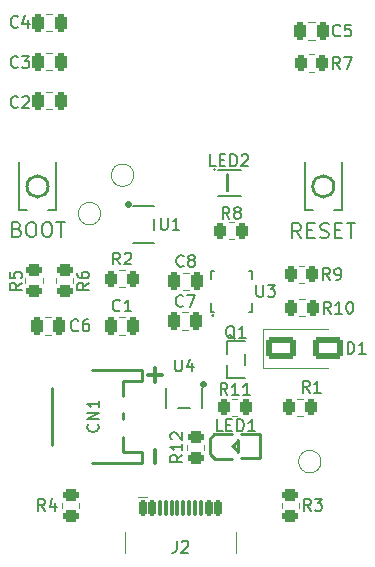
<source format=gto>
G04 #@! TF.GenerationSoftware,KiCad,Pcbnew,8.0.0-rc2-494-g6bc7bcffef*
G04 #@! TF.CreationDate,2024-03-15T23:56:00+00:00*
G04 #@! TF.ProjectId,Wakeboard,57616b65-626f-4617-9264-2e6b69636164,rev?*
G04 #@! TF.SameCoordinates,Original*
G04 #@! TF.FileFunction,Legend,Top*
G04 #@! TF.FilePolarity,Positive*
%FSLAX46Y46*%
G04 Gerber Fmt 4.6, Leading zero omitted, Abs format (unit mm)*
G04 Created by KiCad (PCBNEW 8.0.0-rc2-494-g6bc7bcffef) date 2024-03-15 23:56:00*
%MOMM*%
%LPD*%
G01*
G04 APERTURE LIST*
G04 Aperture macros list*
%AMRoundRect*
0 Rectangle with rounded corners*
0 $1 Rounding radius*
0 $2 $3 $4 $5 $6 $7 $8 $9 X,Y pos of 4 corners*
0 Add a 4 corners polygon primitive as box body*
4,1,4,$2,$3,$4,$5,$6,$7,$8,$9,$2,$3,0*
0 Add four circle primitives for the rounded corners*
1,1,$1+$1,$2,$3*
1,1,$1+$1,$4,$5*
1,1,$1+$1,$6,$7*
1,1,$1+$1,$8,$9*
0 Add four rect primitives between the rounded corners*
20,1,$1+$1,$2,$3,$4,$5,0*
20,1,$1+$1,$4,$5,$6,$7,0*
20,1,$1+$1,$6,$7,$8,$9,0*
20,1,$1+$1,$8,$9,$2,$3,0*%
%AMOutline5P*
0 Free polygon, 5 corners , with rotation*
0 The origin of the aperture is its center*
0 number of corners: always 5*
0 $1 to $10 corner X, Y*
0 $11 Rotation angle, in degrees counterclockwise*
0 create outline with 5 corners*
4,1,5,$1,$2,$3,$4,$5,$6,$7,$8,$9,$10,$1,$2,$11*%
%AMOutline6P*
0 Free polygon, 6 corners , with rotation*
0 The origin of the aperture is its center*
0 number of corners: always 6*
0 $1 to $12 corner X, Y*
0 $13 Rotation angle, in degrees counterclockwise*
0 create outline with 6 corners*
4,1,6,$1,$2,$3,$4,$5,$6,$7,$8,$9,$10,$11,$12,$1,$2,$13*%
%AMOutline7P*
0 Free polygon, 7 corners , with rotation*
0 The origin of the aperture is its center*
0 number of corners: always 7*
0 $1 to $14 corner X, Y*
0 $15 Rotation angle, in degrees counterclockwise*
0 create outline with 7 corners*
4,1,7,$1,$2,$3,$4,$5,$6,$7,$8,$9,$10,$11,$12,$13,$14,$1,$2,$15*%
%AMOutline8P*
0 Free polygon, 8 corners , with rotation*
0 The origin of the aperture is its center*
0 number of corners: always 8*
0 $1 to $16 corner X, Y*
0 $17 Rotation angle, in degrees counterclockwise*
0 create outline with 8 corners*
4,1,8,$1,$2,$3,$4,$5,$6,$7,$8,$9,$10,$11,$12,$13,$14,$15,$16,$1,$2,$17*%
G04 Aperture macros list end*
%ADD10C,0.300000*%
%ADD11C,0.150000*%
%ADD12C,0.158750*%
%ADD13C,0.120000*%
%ADD14C,0.250000*%
%ADD15C,0.200000*%
%ADD16C,1.500000*%
%ADD17RoundRect,0.250000X-0.450000X0.262500X-0.450000X-0.262500X0.450000X-0.262500X0.450000X0.262500X0*%
%ADD18R,0.800000X0.400000*%
%ADD19R,0.400000X0.800000*%
%ADD20Outline5P,-0.600000X0.204000X-0.204000X0.600000X0.600000X0.600000X0.600000X-0.600000X-0.600000X-0.600000X0.000000*%
%ADD21R,1.200000X1.200000*%
%ADD22R,0.800000X0.800000*%
%ADD23R,1.250000X0.700000*%
%ADD24C,0.650000*%
%ADD25RoundRect,0.150000X-0.150000X-0.500000X0.150000X-0.500000X0.150000X0.500000X-0.150000X0.500000X0*%
%ADD26RoundRect,0.075000X-0.075000X-0.575000X0.075000X-0.575000X0.075000X0.575000X-0.075000X0.575000X0*%
%ADD27O,1.000000X2.100000*%
%ADD28O,1.000000X1.600000*%
%ADD29RoundRect,0.250000X-0.262500X-0.450000X0.262500X-0.450000X0.262500X0.450000X-0.262500X0.450000X0*%
%ADD30R,1.360000X1.230000*%
%ADD31RoundRect,0.250000X-0.250000X-0.475000X0.250000X-0.475000X0.250000X0.475000X-0.250000X0.475000X0*%
%ADD32RoundRect,0.250000X0.250000X0.475000X-0.250000X0.475000X-0.250000X-0.475000X0.250000X-0.475000X0*%
%ADD33RoundRect,0.250000X-1.000000X-0.650000X1.000000X-0.650000X1.000000X0.650000X-1.000000X0.650000X0*%
%ADD34R,1.050000X0.530000*%
%ADD35R,3.800000X1.000000*%
%ADD36R,3.400000X1.500000*%
%ADD37R,0.900000X0.700000*%
%ADD38RoundRect,0.250000X0.262500X0.450000X-0.262500X0.450000X-0.262500X-0.450000X0.262500X-0.450000X0*%
%ADD39R,1.000000X1.400000*%
%ADD40R,0.490000X1.160000*%
%ADD41R,0.490000X1.180000*%
%ADD42RoundRect,0.250000X0.450000X-0.262500X0.450000X0.262500X-0.450000X0.262500X-0.450000X-0.262500X0*%
%ADD43O,0.280000X0.800000*%
%ADD44O,0.800000X0.280000*%
G04 APERTURE END LIST*
D10*
X125329400Y-90445489D02*
X125329400Y-89302632D01*
X124784513Y-82959634D02*
X125927371Y-82959634D01*
X125355942Y-83531062D02*
X125355942Y-82388205D01*
D11*
X138533333Y-94454819D02*
X138200000Y-93978628D01*
X137961905Y-94454819D02*
X137961905Y-93454819D01*
X137961905Y-93454819D02*
X138342857Y-93454819D01*
X138342857Y-93454819D02*
X138438095Y-93502438D01*
X138438095Y-93502438D02*
X138485714Y-93550057D01*
X138485714Y-93550057D02*
X138533333Y-93645295D01*
X138533333Y-93645295D02*
X138533333Y-93788152D01*
X138533333Y-93788152D02*
X138485714Y-93883390D01*
X138485714Y-93883390D02*
X138438095Y-93931009D01*
X138438095Y-93931009D02*
X138342857Y-93978628D01*
X138342857Y-93978628D02*
X137961905Y-93978628D01*
X138866667Y-93454819D02*
X139485714Y-93454819D01*
X139485714Y-93454819D02*
X139152381Y-93835771D01*
X139152381Y-93835771D02*
X139295238Y-93835771D01*
X139295238Y-93835771D02*
X139390476Y-93883390D01*
X139390476Y-93883390D02*
X139438095Y-93931009D01*
X139438095Y-93931009D02*
X139485714Y-94026247D01*
X139485714Y-94026247D02*
X139485714Y-94264342D01*
X139485714Y-94264342D02*
X139438095Y-94359580D01*
X139438095Y-94359580D02*
X139390476Y-94407200D01*
X139390476Y-94407200D02*
X139295238Y-94454819D01*
X139295238Y-94454819D02*
X139009524Y-94454819D01*
X139009524Y-94454819D02*
X138914286Y-94407200D01*
X138914286Y-94407200D02*
X138866667Y-94359580D01*
X114054819Y-75166666D02*
X113578628Y-75499999D01*
X114054819Y-75738094D02*
X113054819Y-75738094D01*
X113054819Y-75738094D02*
X113054819Y-75357142D01*
X113054819Y-75357142D02*
X113102438Y-75261904D01*
X113102438Y-75261904D02*
X113150057Y-75214285D01*
X113150057Y-75214285D02*
X113245295Y-75166666D01*
X113245295Y-75166666D02*
X113388152Y-75166666D01*
X113388152Y-75166666D02*
X113483390Y-75214285D01*
X113483390Y-75214285D02*
X113531009Y-75261904D01*
X113531009Y-75261904D02*
X113578628Y-75357142D01*
X113578628Y-75357142D02*
X113578628Y-75738094D01*
X113054819Y-74261904D02*
X113054819Y-74738094D01*
X113054819Y-74738094D02*
X113531009Y-74785713D01*
X113531009Y-74785713D02*
X113483390Y-74738094D01*
X113483390Y-74738094D02*
X113435771Y-74642856D01*
X113435771Y-74642856D02*
X113435771Y-74404761D01*
X113435771Y-74404761D02*
X113483390Y-74309523D01*
X113483390Y-74309523D02*
X113531009Y-74261904D01*
X113531009Y-74261904D02*
X113626247Y-74214285D01*
X113626247Y-74214285D02*
X113864342Y-74214285D01*
X113864342Y-74214285D02*
X113959580Y-74261904D01*
X113959580Y-74261904D02*
X114007200Y-74309523D01*
X114007200Y-74309523D02*
X114054819Y-74404761D01*
X114054819Y-74404761D02*
X114054819Y-74642856D01*
X114054819Y-74642856D02*
X114007200Y-74738094D01*
X114007200Y-74738094D02*
X113959580Y-74785713D01*
X127654819Y-89730357D02*
X127178628Y-90063690D01*
X127654819Y-90301785D02*
X126654819Y-90301785D01*
X126654819Y-90301785D02*
X126654819Y-89920833D01*
X126654819Y-89920833D02*
X126702438Y-89825595D01*
X126702438Y-89825595D02*
X126750057Y-89777976D01*
X126750057Y-89777976D02*
X126845295Y-89730357D01*
X126845295Y-89730357D02*
X126988152Y-89730357D01*
X126988152Y-89730357D02*
X127083390Y-89777976D01*
X127083390Y-89777976D02*
X127131009Y-89825595D01*
X127131009Y-89825595D02*
X127178628Y-89920833D01*
X127178628Y-89920833D02*
X127178628Y-90301785D01*
X127654819Y-88777976D02*
X127654819Y-89349404D01*
X127654819Y-89063690D02*
X126654819Y-89063690D01*
X126654819Y-89063690D02*
X126797676Y-89158928D01*
X126797676Y-89158928D02*
X126892914Y-89254166D01*
X126892914Y-89254166D02*
X126940533Y-89349404D01*
X126750057Y-88397023D02*
X126702438Y-88349404D01*
X126702438Y-88349404D02*
X126654819Y-88254166D01*
X126654819Y-88254166D02*
X126654819Y-88016071D01*
X126654819Y-88016071D02*
X126702438Y-87920833D01*
X126702438Y-87920833D02*
X126750057Y-87873214D01*
X126750057Y-87873214D02*
X126845295Y-87825595D01*
X126845295Y-87825595D02*
X126940533Y-87825595D01*
X126940533Y-87825595D02*
X127083390Y-87873214D01*
X127083390Y-87873214D02*
X127654819Y-88444642D01*
X127654819Y-88444642D02*
X127654819Y-87825595D01*
X132109480Y-79910111D02*
X132014242Y-79862492D01*
X132014242Y-79862492D02*
X131919004Y-79767254D01*
X131919004Y-79767254D02*
X131776147Y-79624396D01*
X131776147Y-79624396D02*
X131680909Y-79576777D01*
X131680909Y-79576777D02*
X131585671Y-79576777D01*
X131633290Y-79814873D02*
X131538052Y-79767254D01*
X131538052Y-79767254D02*
X131442814Y-79672015D01*
X131442814Y-79672015D02*
X131395195Y-79481539D01*
X131395195Y-79481539D02*
X131395195Y-79148206D01*
X131395195Y-79148206D02*
X131442814Y-78957730D01*
X131442814Y-78957730D02*
X131538052Y-78862492D01*
X131538052Y-78862492D02*
X131633290Y-78814873D01*
X131633290Y-78814873D02*
X131823766Y-78814873D01*
X131823766Y-78814873D02*
X131919004Y-78862492D01*
X131919004Y-78862492D02*
X132014242Y-78957730D01*
X132014242Y-78957730D02*
X132061861Y-79148206D01*
X132061861Y-79148206D02*
X132061861Y-79481539D01*
X132061861Y-79481539D02*
X132014242Y-79672015D01*
X132014242Y-79672015D02*
X131919004Y-79767254D01*
X131919004Y-79767254D02*
X131823766Y-79814873D01*
X131823766Y-79814873D02*
X131633290Y-79814873D01*
X133014242Y-79814873D02*
X132442814Y-79814873D01*
X132728528Y-79814873D02*
X132728528Y-78814873D01*
X132728528Y-78814873D02*
X132633290Y-78957730D01*
X132633290Y-78957730D02*
X132538052Y-79052968D01*
X132538052Y-79052968D02*
X132442814Y-79100587D01*
X127166666Y-96999819D02*
X127166666Y-97714104D01*
X127166666Y-97714104D02*
X127119047Y-97856961D01*
X127119047Y-97856961D02*
X127023809Y-97952200D01*
X127023809Y-97952200D02*
X126880952Y-97999819D01*
X126880952Y-97999819D02*
X126785714Y-97999819D01*
X127595238Y-97095057D02*
X127642857Y-97047438D01*
X127642857Y-97047438D02*
X127738095Y-96999819D01*
X127738095Y-96999819D02*
X127976190Y-96999819D01*
X127976190Y-96999819D02*
X128071428Y-97047438D01*
X128071428Y-97047438D02*
X128119047Y-97095057D01*
X128119047Y-97095057D02*
X128166666Y-97190295D01*
X128166666Y-97190295D02*
X128166666Y-97285533D01*
X128166666Y-97285533D02*
X128119047Y-97428390D01*
X128119047Y-97428390D02*
X127547619Y-97999819D01*
X127547619Y-97999819D02*
X128166666Y-97999819D01*
X122383333Y-73604819D02*
X122050000Y-73128628D01*
X121811905Y-73604819D02*
X121811905Y-72604819D01*
X121811905Y-72604819D02*
X122192857Y-72604819D01*
X122192857Y-72604819D02*
X122288095Y-72652438D01*
X122288095Y-72652438D02*
X122335714Y-72700057D01*
X122335714Y-72700057D02*
X122383333Y-72795295D01*
X122383333Y-72795295D02*
X122383333Y-72938152D01*
X122383333Y-72938152D02*
X122335714Y-73033390D01*
X122335714Y-73033390D02*
X122288095Y-73081009D01*
X122288095Y-73081009D02*
X122192857Y-73128628D01*
X122192857Y-73128628D02*
X121811905Y-73128628D01*
X122764286Y-72700057D02*
X122811905Y-72652438D01*
X122811905Y-72652438D02*
X122907143Y-72604819D01*
X122907143Y-72604819D02*
X123145238Y-72604819D01*
X123145238Y-72604819D02*
X123240476Y-72652438D01*
X123240476Y-72652438D02*
X123288095Y-72700057D01*
X123288095Y-72700057D02*
X123335714Y-72795295D01*
X123335714Y-72795295D02*
X123335714Y-72890533D01*
X123335714Y-72890533D02*
X123288095Y-73033390D01*
X123288095Y-73033390D02*
X122716667Y-73604819D01*
X122716667Y-73604819D02*
X123335714Y-73604819D01*
D12*
X113676429Y-70614033D02*
X113857857Y-70674509D01*
X113857857Y-70674509D02*
X113918334Y-70734985D01*
X113918334Y-70734985D02*
X113978810Y-70855937D01*
X113978810Y-70855937D02*
X113978810Y-71037366D01*
X113978810Y-71037366D02*
X113918334Y-71158318D01*
X113918334Y-71158318D02*
X113857857Y-71218795D01*
X113857857Y-71218795D02*
X113736905Y-71279271D01*
X113736905Y-71279271D02*
X113253095Y-71279271D01*
X113253095Y-71279271D02*
X113253095Y-70009271D01*
X113253095Y-70009271D02*
X113676429Y-70009271D01*
X113676429Y-70009271D02*
X113797381Y-70069747D01*
X113797381Y-70069747D02*
X113857857Y-70130223D01*
X113857857Y-70130223D02*
X113918334Y-70251175D01*
X113918334Y-70251175D02*
X113918334Y-70372128D01*
X113918334Y-70372128D02*
X113857857Y-70493080D01*
X113857857Y-70493080D02*
X113797381Y-70553556D01*
X113797381Y-70553556D02*
X113676429Y-70614033D01*
X113676429Y-70614033D02*
X113253095Y-70614033D01*
X114765000Y-70009271D02*
X115006905Y-70009271D01*
X115006905Y-70009271D02*
X115127857Y-70069747D01*
X115127857Y-70069747D02*
X115248810Y-70190699D01*
X115248810Y-70190699D02*
X115309286Y-70432604D01*
X115309286Y-70432604D02*
X115309286Y-70855937D01*
X115309286Y-70855937D02*
X115248810Y-71097842D01*
X115248810Y-71097842D02*
X115127857Y-71218795D01*
X115127857Y-71218795D02*
X115006905Y-71279271D01*
X115006905Y-71279271D02*
X114765000Y-71279271D01*
X114765000Y-71279271D02*
X114644048Y-71218795D01*
X114644048Y-71218795D02*
X114523095Y-71097842D01*
X114523095Y-71097842D02*
X114462619Y-70855937D01*
X114462619Y-70855937D02*
X114462619Y-70432604D01*
X114462619Y-70432604D02*
X114523095Y-70190699D01*
X114523095Y-70190699D02*
X114644048Y-70069747D01*
X114644048Y-70069747D02*
X114765000Y-70009271D01*
X116095476Y-70009271D02*
X116337381Y-70009271D01*
X116337381Y-70009271D02*
X116458333Y-70069747D01*
X116458333Y-70069747D02*
X116579286Y-70190699D01*
X116579286Y-70190699D02*
X116639762Y-70432604D01*
X116639762Y-70432604D02*
X116639762Y-70855937D01*
X116639762Y-70855937D02*
X116579286Y-71097842D01*
X116579286Y-71097842D02*
X116458333Y-71218795D01*
X116458333Y-71218795D02*
X116337381Y-71279271D01*
X116337381Y-71279271D02*
X116095476Y-71279271D01*
X116095476Y-71279271D02*
X115974524Y-71218795D01*
X115974524Y-71218795D02*
X115853571Y-71097842D01*
X115853571Y-71097842D02*
X115793095Y-70855937D01*
X115793095Y-70855937D02*
X115793095Y-70432604D01*
X115793095Y-70432604D02*
X115853571Y-70190699D01*
X115853571Y-70190699D02*
X115974524Y-70069747D01*
X115974524Y-70069747D02*
X116095476Y-70009271D01*
X117002619Y-70009271D02*
X117728333Y-70009271D01*
X117365476Y-71279271D02*
X117365476Y-70009271D01*
D11*
X122383333Y-77479580D02*
X122335714Y-77527200D01*
X122335714Y-77527200D02*
X122192857Y-77574819D01*
X122192857Y-77574819D02*
X122097619Y-77574819D01*
X122097619Y-77574819D02*
X121954762Y-77527200D01*
X121954762Y-77527200D02*
X121859524Y-77431961D01*
X121859524Y-77431961D02*
X121811905Y-77336723D01*
X121811905Y-77336723D02*
X121764286Y-77146247D01*
X121764286Y-77146247D02*
X121764286Y-77003390D01*
X121764286Y-77003390D02*
X121811905Y-76812914D01*
X121811905Y-76812914D02*
X121859524Y-76717676D01*
X121859524Y-76717676D02*
X121954762Y-76622438D01*
X121954762Y-76622438D02*
X122097619Y-76574819D01*
X122097619Y-76574819D02*
X122192857Y-76574819D01*
X122192857Y-76574819D02*
X122335714Y-76622438D01*
X122335714Y-76622438D02*
X122383333Y-76670057D01*
X123335714Y-77574819D02*
X122764286Y-77574819D01*
X123050000Y-77574819D02*
X123050000Y-76574819D01*
X123050000Y-76574819D02*
X122954762Y-76717676D01*
X122954762Y-76717676D02*
X122859524Y-76812914D01*
X122859524Y-76812914D02*
X122764286Y-76860533D01*
X113733333Y-60259580D02*
X113685714Y-60307200D01*
X113685714Y-60307200D02*
X113542857Y-60354819D01*
X113542857Y-60354819D02*
X113447619Y-60354819D01*
X113447619Y-60354819D02*
X113304762Y-60307200D01*
X113304762Y-60307200D02*
X113209524Y-60211961D01*
X113209524Y-60211961D02*
X113161905Y-60116723D01*
X113161905Y-60116723D02*
X113114286Y-59926247D01*
X113114286Y-59926247D02*
X113114286Y-59783390D01*
X113114286Y-59783390D02*
X113161905Y-59592914D01*
X113161905Y-59592914D02*
X113209524Y-59497676D01*
X113209524Y-59497676D02*
X113304762Y-59402438D01*
X113304762Y-59402438D02*
X113447619Y-59354819D01*
X113447619Y-59354819D02*
X113542857Y-59354819D01*
X113542857Y-59354819D02*
X113685714Y-59402438D01*
X113685714Y-59402438D02*
X113733333Y-59450057D01*
X114114286Y-59450057D02*
X114161905Y-59402438D01*
X114161905Y-59402438D02*
X114257143Y-59354819D01*
X114257143Y-59354819D02*
X114495238Y-59354819D01*
X114495238Y-59354819D02*
X114590476Y-59402438D01*
X114590476Y-59402438D02*
X114638095Y-59450057D01*
X114638095Y-59450057D02*
X114685714Y-59545295D01*
X114685714Y-59545295D02*
X114685714Y-59640533D01*
X114685714Y-59640533D02*
X114638095Y-59783390D01*
X114638095Y-59783390D02*
X114066667Y-60354819D01*
X114066667Y-60354819D02*
X114685714Y-60354819D01*
X113733333Y-56859580D02*
X113685714Y-56907200D01*
X113685714Y-56907200D02*
X113542857Y-56954819D01*
X113542857Y-56954819D02*
X113447619Y-56954819D01*
X113447619Y-56954819D02*
X113304762Y-56907200D01*
X113304762Y-56907200D02*
X113209524Y-56811961D01*
X113209524Y-56811961D02*
X113161905Y-56716723D01*
X113161905Y-56716723D02*
X113114286Y-56526247D01*
X113114286Y-56526247D02*
X113114286Y-56383390D01*
X113114286Y-56383390D02*
X113161905Y-56192914D01*
X113161905Y-56192914D02*
X113209524Y-56097676D01*
X113209524Y-56097676D02*
X113304762Y-56002438D01*
X113304762Y-56002438D02*
X113447619Y-55954819D01*
X113447619Y-55954819D02*
X113542857Y-55954819D01*
X113542857Y-55954819D02*
X113685714Y-56002438D01*
X113685714Y-56002438D02*
X113733333Y-56050057D01*
X114066667Y-55954819D02*
X114685714Y-55954819D01*
X114685714Y-55954819D02*
X114352381Y-56335771D01*
X114352381Y-56335771D02*
X114495238Y-56335771D01*
X114495238Y-56335771D02*
X114590476Y-56383390D01*
X114590476Y-56383390D02*
X114638095Y-56431009D01*
X114638095Y-56431009D02*
X114685714Y-56526247D01*
X114685714Y-56526247D02*
X114685714Y-56764342D01*
X114685714Y-56764342D02*
X114638095Y-56859580D01*
X114638095Y-56859580D02*
X114590476Y-56907200D01*
X114590476Y-56907200D02*
X114495238Y-56954819D01*
X114495238Y-56954819D02*
X114209524Y-56954819D01*
X114209524Y-56954819D02*
X114114286Y-56907200D01*
X114114286Y-56907200D02*
X114066667Y-56859580D01*
D12*
X137705476Y-71379271D02*
X137282142Y-70774509D01*
X136979761Y-71379271D02*
X136979761Y-70109271D01*
X136979761Y-70109271D02*
X137463571Y-70109271D01*
X137463571Y-70109271D02*
X137584523Y-70169747D01*
X137584523Y-70169747D02*
X137645000Y-70230223D01*
X137645000Y-70230223D02*
X137705476Y-70351175D01*
X137705476Y-70351175D02*
X137705476Y-70532604D01*
X137705476Y-70532604D02*
X137645000Y-70653556D01*
X137645000Y-70653556D02*
X137584523Y-70714033D01*
X137584523Y-70714033D02*
X137463571Y-70774509D01*
X137463571Y-70774509D02*
X136979761Y-70774509D01*
X138249761Y-70714033D02*
X138673095Y-70714033D01*
X138854523Y-71379271D02*
X138249761Y-71379271D01*
X138249761Y-71379271D02*
X138249761Y-70109271D01*
X138249761Y-70109271D02*
X138854523Y-70109271D01*
X139338333Y-71318795D02*
X139519762Y-71379271D01*
X139519762Y-71379271D02*
X139822143Y-71379271D01*
X139822143Y-71379271D02*
X139943095Y-71318795D01*
X139943095Y-71318795D02*
X140003571Y-71258318D01*
X140003571Y-71258318D02*
X140064048Y-71137366D01*
X140064048Y-71137366D02*
X140064048Y-71016414D01*
X140064048Y-71016414D02*
X140003571Y-70895461D01*
X140003571Y-70895461D02*
X139943095Y-70834985D01*
X139943095Y-70834985D02*
X139822143Y-70774509D01*
X139822143Y-70774509D02*
X139580238Y-70714033D01*
X139580238Y-70714033D02*
X139459286Y-70653556D01*
X139459286Y-70653556D02*
X139398809Y-70593080D01*
X139398809Y-70593080D02*
X139338333Y-70472128D01*
X139338333Y-70472128D02*
X139338333Y-70351175D01*
X139338333Y-70351175D02*
X139398809Y-70230223D01*
X139398809Y-70230223D02*
X139459286Y-70169747D01*
X139459286Y-70169747D02*
X139580238Y-70109271D01*
X139580238Y-70109271D02*
X139882619Y-70109271D01*
X139882619Y-70109271D02*
X140064048Y-70169747D01*
X140608333Y-70714033D02*
X141031667Y-70714033D01*
X141213095Y-71379271D02*
X140608333Y-71379271D01*
X140608333Y-71379271D02*
X140608333Y-70109271D01*
X140608333Y-70109271D02*
X141213095Y-70109271D01*
X141575953Y-70109271D02*
X142301667Y-70109271D01*
X141938810Y-71379271D02*
X141938810Y-70109271D01*
D11*
X116033334Y-94454818D02*
X115700001Y-93978627D01*
X115461906Y-94454818D02*
X115461906Y-93454818D01*
X115461906Y-93454818D02*
X115842858Y-93454818D01*
X115842858Y-93454818D02*
X115938096Y-93502437D01*
X115938096Y-93502437D02*
X115985715Y-93550056D01*
X115985715Y-93550056D02*
X116033334Y-93645294D01*
X116033334Y-93645294D02*
X116033334Y-93788151D01*
X116033334Y-93788151D02*
X115985715Y-93883389D01*
X115985715Y-93883389D02*
X115938096Y-93931008D01*
X115938096Y-93931008D02*
X115842858Y-93978627D01*
X115842858Y-93978627D02*
X115461906Y-93978627D01*
X116890477Y-93788151D02*
X116890477Y-94454818D01*
X116652382Y-93407199D02*
X116414287Y-94121484D01*
X116414287Y-94121484D02*
X117033334Y-94121484D01*
X141661906Y-81154818D02*
X141661906Y-80154818D01*
X141661906Y-80154818D02*
X141900001Y-80154818D01*
X141900001Y-80154818D02*
X142042858Y-80202437D01*
X142042858Y-80202437D02*
X142138096Y-80297675D01*
X142138096Y-80297675D02*
X142185715Y-80392913D01*
X142185715Y-80392913D02*
X142233334Y-80583389D01*
X142233334Y-80583389D02*
X142233334Y-80726246D01*
X142233334Y-80726246D02*
X142185715Y-80916722D01*
X142185715Y-80916722D02*
X142138096Y-81011960D01*
X142138096Y-81011960D02*
X142042858Y-81107199D01*
X142042858Y-81107199D02*
X141900001Y-81154818D01*
X141900001Y-81154818D02*
X141661906Y-81154818D01*
X143185715Y-81154818D02*
X142614287Y-81154818D01*
X142900001Y-81154818D02*
X142900001Y-80154818D01*
X142900001Y-80154818D02*
X142804763Y-80297675D01*
X142804763Y-80297675D02*
X142709525Y-80392913D01*
X142709525Y-80392913D02*
X142614287Y-80440532D01*
X125838095Y-69654819D02*
X125838095Y-70464342D01*
X125838095Y-70464342D02*
X125885714Y-70559580D01*
X125885714Y-70559580D02*
X125933333Y-70607200D01*
X125933333Y-70607200D02*
X126028571Y-70654819D01*
X126028571Y-70654819D02*
X126219047Y-70654819D01*
X126219047Y-70654819D02*
X126314285Y-70607200D01*
X126314285Y-70607200D02*
X126361904Y-70559580D01*
X126361904Y-70559580D02*
X126409523Y-70464342D01*
X126409523Y-70464342D02*
X126409523Y-69654819D01*
X127409523Y-70654819D02*
X126838095Y-70654819D01*
X127123809Y-70654819D02*
X127123809Y-69654819D01*
X127123809Y-69654819D02*
X127028571Y-69797676D01*
X127028571Y-69797676D02*
X126933333Y-69892914D01*
X126933333Y-69892914D02*
X126838095Y-69940533D01*
X120509580Y-87140476D02*
X120557200Y-87188095D01*
X120557200Y-87188095D02*
X120604819Y-87330952D01*
X120604819Y-87330952D02*
X120604819Y-87426190D01*
X120604819Y-87426190D02*
X120557200Y-87569047D01*
X120557200Y-87569047D02*
X120461961Y-87664285D01*
X120461961Y-87664285D02*
X120366723Y-87711904D01*
X120366723Y-87711904D02*
X120176247Y-87759523D01*
X120176247Y-87759523D02*
X120033390Y-87759523D01*
X120033390Y-87759523D02*
X119842914Y-87711904D01*
X119842914Y-87711904D02*
X119747676Y-87664285D01*
X119747676Y-87664285D02*
X119652438Y-87569047D01*
X119652438Y-87569047D02*
X119604819Y-87426190D01*
X119604819Y-87426190D02*
X119604819Y-87330952D01*
X119604819Y-87330952D02*
X119652438Y-87188095D01*
X119652438Y-87188095D02*
X119700057Y-87140476D01*
X120604819Y-86711904D02*
X119604819Y-86711904D01*
X119604819Y-86711904D02*
X120604819Y-86140476D01*
X120604819Y-86140476D02*
X119604819Y-86140476D01*
X120604819Y-85140476D02*
X120604819Y-85711904D01*
X120604819Y-85426190D02*
X119604819Y-85426190D01*
X119604819Y-85426190D02*
X119747676Y-85521428D01*
X119747676Y-85521428D02*
X119842914Y-85616666D01*
X119842914Y-85616666D02*
X119890533Y-85711904D01*
X130494378Y-65284800D02*
X130018188Y-65284800D01*
X130018188Y-65284800D02*
X130018188Y-64284800D01*
X130827712Y-64760990D02*
X131161045Y-64760990D01*
X131303902Y-65284800D02*
X130827712Y-65284800D01*
X130827712Y-65284800D02*
X130827712Y-64284800D01*
X130827712Y-64284800D02*
X131303902Y-64284800D01*
X131732474Y-65284800D02*
X131732474Y-64284800D01*
X131732474Y-64284800D02*
X131970569Y-64284800D01*
X131970569Y-64284800D02*
X132113426Y-64332419D01*
X132113426Y-64332419D02*
X132208664Y-64427657D01*
X132208664Y-64427657D02*
X132256283Y-64522895D01*
X132256283Y-64522895D02*
X132303902Y-64713371D01*
X132303902Y-64713371D02*
X132303902Y-64856228D01*
X132303902Y-64856228D02*
X132256283Y-65046704D01*
X132256283Y-65046704D02*
X132208664Y-65141942D01*
X132208664Y-65141942D02*
X132113426Y-65237181D01*
X132113426Y-65237181D02*
X131970569Y-65284800D01*
X131970569Y-65284800D02*
X131732474Y-65284800D01*
X132684855Y-64380038D02*
X132732474Y-64332419D01*
X132732474Y-64332419D02*
X132827712Y-64284800D01*
X132827712Y-64284800D02*
X133065807Y-64284800D01*
X133065807Y-64284800D02*
X133161045Y-64332419D01*
X133161045Y-64332419D02*
X133208664Y-64380038D01*
X133208664Y-64380038D02*
X133256283Y-64475276D01*
X133256283Y-64475276D02*
X133256283Y-64570514D01*
X133256283Y-64570514D02*
X133208664Y-64713371D01*
X133208664Y-64713371D02*
X132637236Y-65284800D01*
X132637236Y-65284800D02*
X133256283Y-65284800D01*
X127774430Y-73709580D02*
X127726811Y-73757200D01*
X127726811Y-73757200D02*
X127583954Y-73804819D01*
X127583954Y-73804819D02*
X127488716Y-73804819D01*
X127488716Y-73804819D02*
X127345859Y-73757200D01*
X127345859Y-73757200D02*
X127250621Y-73661961D01*
X127250621Y-73661961D02*
X127203002Y-73566723D01*
X127203002Y-73566723D02*
X127155383Y-73376247D01*
X127155383Y-73376247D02*
X127155383Y-73233390D01*
X127155383Y-73233390D02*
X127203002Y-73042914D01*
X127203002Y-73042914D02*
X127250621Y-72947676D01*
X127250621Y-72947676D02*
X127345859Y-72852438D01*
X127345859Y-72852438D02*
X127488716Y-72804819D01*
X127488716Y-72804819D02*
X127583954Y-72804819D01*
X127583954Y-72804819D02*
X127726811Y-72852438D01*
X127726811Y-72852438D02*
X127774430Y-72900057D01*
X128345859Y-73233390D02*
X128250621Y-73185771D01*
X128250621Y-73185771D02*
X128203002Y-73138152D01*
X128203002Y-73138152D02*
X128155383Y-73042914D01*
X128155383Y-73042914D02*
X128155383Y-72995295D01*
X128155383Y-72995295D02*
X128203002Y-72900057D01*
X128203002Y-72900057D02*
X128250621Y-72852438D01*
X128250621Y-72852438D02*
X128345859Y-72804819D01*
X128345859Y-72804819D02*
X128536335Y-72804819D01*
X128536335Y-72804819D02*
X128631573Y-72852438D01*
X128631573Y-72852438D02*
X128679192Y-72900057D01*
X128679192Y-72900057D02*
X128726811Y-72995295D01*
X128726811Y-72995295D02*
X128726811Y-73042914D01*
X128726811Y-73042914D02*
X128679192Y-73138152D01*
X128679192Y-73138152D02*
X128631573Y-73185771D01*
X128631573Y-73185771D02*
X128536335Y-73233390D01*
X128536335Y-73233390D02*
X128345859Y-73233390D01*
X128345859Y-73233390D02*
X128250621Y-73281009D01*
X128250621Y-73281009D02*
X128203002Y-73328628D01*
X128203002Y-73328628D02*
X128155383Y-73423866D01*
X128155383Y-73423866D02*
X128155383Y-73614342D01*
X128155383Y-73614342D02*
X128203002Y-73709580D01*
X128203002Y-73709580D02*
X128250621Y-73757200D01*
X128250621Y-73757200D02*
X128345859Y-73804819D01*
X128345859Y-73804819D02*
X128536335Y-73804819D01*
X128536335Y-73804819D02*
X128631573Y-73757200D01*
X128631573Y-73757200D02*
X128679192Y-73709580D01*
X128679192Y-73709580D02*
X128726811Y-73614342D01*
X128726811Y-73614342D02*
X128726811Y-73423866D01*
X128726811Y-73423866D02*
X128679192Y-73328628D01*
X128679192Y-73328628D02*
X128631573Y-73281009D01*
X128631573Y-73281009D02*
X128536335Y-73233390D01*
X131479886Y-84655911D02*
X131146553Y-84179720D01*
X130908458Y-84655911D02*
X130908458Y-83655911D01*
X130908458Y-83655911D02*
X131289410Y-83655911D01*
X131289410Y-83655911D02*
X131384648Y-83703530D01*
X131384648Y-83703530D02*
X131432267Y-83751149D01*
X131432267Y-83751149D02*
X131479886Y-83846387D01*
X131479886Y-83846387D02*
X131479886Y-83989244D01*
X131479886Y-83989244D02*
X131432267Y-84084482D01*
X131432267Y-84084482D02*
X131384648Y-84132101D01*
X131384648Y-84132101D02*
X131289410Y-84179720D01*
X131289410Y-84179720D02*
X130908458Y-84179720D01*
X132432267Y-84655911D02*
X131860839Y-84655911D01*
X132146553Y-84655911D02*
X132146553Y-83655911D01*
X132146553Y-83655911D02*
X132051315Y-83798768D01*
X132051315Y-83798768D02*
X131956077Y-83894006D01*
X131956077Y-83894006D02*
X131860839Y-83941625D01*
X133384648Y-84655911D02*
X132813220Y-84655911D01*
X133098934Y-84655911D02*
X133098934Y-83655911D01*
X133098934Y-83655911D02*
X133003696Y-83798768D01*
X133003696Y-83798768D02*
X132908458Y-83894006D01*
X132908458Y-83894006D02*
X132813220Y-83941625D01*
X131062880Y-87714819D02*
X130586690Y-87714819D01*
X130586690Y-87714819D02*
X130586690Y-86714819D01*
X131396214Y-87191009D02*
X131729547Y-87191009D01*
X131872404Y-87714819D02*
X131396214Y-87714819D01*
X131396214Y-87714819D02*
X131396214Y-86714819D01*
X131396214Y-86714819D02*
X131872404Y-86714819D01*
X132300976Y-87714819D02*
X132300976Y-86714819D01*
X132300976Y-86714819D02*
X132539071Y-86714819D01*
X132539071Y-86714819D02*
X132681928Y-86762438D01*
X132681928Y-86762438D02*
X132777166Y-86857676D01*
X132777166Y-86857676D02*
X132824785Y-86952914D01*
X132824785Y-86952914D02*
X132872404Y-87143390D01*
X132872404Y-87143390D02*
X132872404Y-87286247D01*
X132872404Y-87286247D02*
X132824785Y-87476723D01*
X132824785Y-87476723D02*
X132777166Y-87571961D01*
X132777166Y-87571961D02*
X132681928Y-87667200D01*
X132681928Y-87667200D02*
X132539071Y-87714819D01*
X132539071Y-87714819D02*
X132300976Y-87714819D01*
X133824785Y-87714819D02*
X133253357Y-87714819D01*
X133539071Y-87714819D02*
X133539071Y-86714819D01*
X133539071Y-86714819D02*
X133443833Y-86857676D01*
X133443833Y-86857676D02*
X133348595Y-86952914D01*
X133348595Y-86952914D02*
X133253357Y-87000533D01*
X118833333Y-79159580D02*
X118785714Y-79207200D01*
X118785714Y-79207200D02*
X118642857Y-79254819D01*
X118642857Y-79254819D02*
X118547619Y-79254819D01*
X118547619Y-79254819D02*
X118404762Y-79207200D01*
X118404762Y-79207200D02*
X118309524Y-79111961D01*
X118309524Y-79111961D02*
X118261905Y-79016723D01*
X118261905Y-79016723D02*
X118214286Y-78826247D01*
X118214286Y-78826247D02*
X118214286Y-78683390D01*
X118214286Y-78683390D02*
X118261905Y-78492914D01*
X118261905Y-78492914D02*
X118309524Y-78397676D01*
X118309524Y-78397676D02*
X118404762Y-78302438D01*
X118404762Y-78302438D02*
X118547619Y-78254819D01*
X118547619Y-78254819D02*
X118642857Y-78254819D01*
X118642857Y-78254819D02*
X118785714Y-78302438D01*
X118785714Y-78302438D02*
X118833333Y-78350057D01*
X119690476Y-78254819D02*
X119500000Y-78254819D01*
X119500000Y-78254819D02*
X119404762Y-78302438D01*
X119404762Y-78302438D02*
X119357143Y-78350057D01*
X119357143Y-78350057D02*
X119261905Y-78492914D01*
X119261905Y-78492914D02*
X119214286Y-78683390D01*
X119214286Y-78683390D02*
X119214286Y-79064342D01*
X119214286Y-79064342D02*
X119261905Y-79159580D01*
X119261905Y-79159580D02*
X119309524Y-79207200D01*
X119309524Y-79207200D02*
X119404762Y-79254819D01*
X119404762Y-79254819D02*
X119595238Y-79254819D01*
X119595238Y-79254819D02*
X119690476Y-79207200D01*
X119690476Y-79207200D02*
X119738095Y-79159580D01*
X119738095Y-79159580D02*
X119785714Y-79064342D01*
X119785714Y-79064342D02*
X119785714Y-78826247D01*
X119785714Y-78826247D02*
X119738095Y-78731009D01*
X119738095Y-78731009D02*
X119690476Y-78683390D01*
X119690476Y-78683390D02*
X119595238Y-78635771D01*
X119595238Y-78635771D02*
X119404762Y-78635771D01*
X119404762Y-78635771D02*
X119309524Y-78683390D01*
X119309524Y-78683390D02*
X119261905Y-78731009D01*
X119261905Y-78731009D02*
X119214286Y-78826247D01*
X141021774Y-54200409D02*
X140974155Y-54248029D01*
X140974155Y-54248029D02*
X140831298Y-54295648D01*
X140831298Y-54295648D02*
X140736060Y-54295648D01*
X140736060Y-54295648D02*
X140593203Y-54248029D01*
X140593203Y-54248029D02*
X140497965Y-54152790D01*
X140497965Y-54152790D02*
X140450346Y-54057552D01*
X140450346Y-54057552D02*
X140402727Y-53867076D01*
X140402727Y-53867076D02*
X140402727Y-53724219D01*
X140402727Y-53724219D02*
X140450346Y-53533743D01*
X140450346Y-53533743D02*
X140497965Y-53438505D01*
X140497965Y-53438505D02*
X140593203Y-53343267D01*
X140593203Y-53343267D02*
X140736060Y-53295648D01*
X140736060Y-53295648D02*
X140831298Y-53295648D01*
X140831298Y-53295648D02*
X140974155Y-53343267D01*
X140974155Y-53343267D02*
X141021774Y-53390886D01*
X141926536Y-53295648D02*
X141450346Y-53295648D01*
X141450346Y-53295648D02*
X141402727Y-53771838D01*
X141402727Y-53771838D02*
X141450346Y-53724219D01*
X141450346Y-53724219D02*
X141545584Y-53676600D01*
X141545584Y-53676600D02*
X141783679Y-53676600D01*
X141783679Y-53676600D02*
X141878917Y-53724219D01*
X141878917Y-53724219D02*
X141926536Y-53771838D01*
X141926536Y-53771838D02*
X141974155Y-53867076D01*
X141974155Y-53867076D02*
X141974155Y-54105171D01*
X141974155Y-54105171D02*
X141926536Y-54200409D01*
X141926536Y-54200409D02*
X141878917Y-54248029D01*
X141878917Y-54248029D02*
X141783679Y-54295648D01*
X141783679Y-54295648D02*
X141545584Y-54295648D01*
X141545584Y-54295648D02*
X141450346Y-54248029D01*
X141450346Y-54248029D02*
X141402727Y-54200409D01*
X127038095Y-81654819D02*
X127038095Y-82464342D01*
X127038095Y-82464342D02*
X127085714Y-82559580D01*
X127085714Y-82559580D02*
X127133333Y-82607200D01*
X127133333Y-82607200D02*
X127228571Y-82654819D01*
X127228571Y-82654819D02*
X127419047Y-82654819D01*
X127419047Y-82654819D02*
X127514285Y-82607200D01*
X127514285Y-82607200D02*
X127561904Y-82559580D01*
X127561904Y-82559580D02*
X127609523Y-82464342D01*
X127609523Y-82464342D02*
X127609523Y-81654819D01*
X128514285Y-81988152D02*
X128514285Y-82654819D01*
X128276190Y-81607200D02*
X128038095Y-82321485D01*
X128038095Y-82321485D02*
X128657142Y-82321485D01*
X119754819Y-75166666D02*
X119278628Y-75499999D01*
X119754819Y-75738094D02*
X118754819Y-75738094D01*
X118754819Y-75738094D02*
X118754819Y-75357142D01*
X118754819Y-75357142D02*
X118802438Y-75261904D01*
X118802438Y-75261904D02*
X118850057Y-75214285D01*
X118850057Y-75214285D02*
X118945295Y-75166666D01*
X118945295Y-75166666D02*
X119088152Y-75166666D01*
X119088152Y-75166666D02*
X119183390Y-75214285D01*
X119183390Y-75214285D02*
X119231009Y-75261904D01*
X119231009Y-75261904D02*
X119278628Y-75357142D01*
X119278628Y-75357142D02*
X119278628Y-75738094D01*
X118754819Y-74309523D02*
X118754819Y-74499999D01*
X118754819Y-74499999D02*
X118802438Y-74595237D01*
X118802438Y-74595237D02*
X118850057Y-74642856D01*
X118850057Y-74642856D02*
X118992914Y-74738094D01*
X118992914Y-74738094D02*
X119183390Y-74785713D01*
X119183390Y-74785713D02*
X119564342Y-74785713D01*
X119564342Y-74785713D02*
X119659580Y-74738094D01*
X119659580Y-74738094D02*
X119707200Y-74690475D01*
X119707200Y-74690475D02*
X119754819Y-74595237D01*
X119754819Y-74595237D02*
X119754819Y-74404761D01*
X119754819Y-74404761D02*
X119707200Y-74309523D01*
X119707200Y-74309523D02*
X119659580Y-74261904D01*
X119659580Y-74261904D02*
X119564342Y-74214285D01*
X119564342Y-74214285D02*
X119326247Y-74214285D01*
X119326247Y-74214285D02*
X119231009Y-74261904D01*
X119231009Y-74261904D02*
X119183390Y-74309523D01*
X119183390Y-74309523D02*
X119135771Y-74404761D01*
X119135771Y-74404761D02*
X119135771Y-74595237D01*
X119135771Y-74595237D02*
X119183390Y-74690475D01*
X119183390Y-74690475D02*
X119231009Y-74738094D01*
X119231009Y-74738094D02*
X119326247Y-74785713D01*
X127733333Y-77109580D02*
X127685714Y-77157200D01*
X127685714Y-77157200D02*
X127542857Y-77204819D01*
X127542857Y-77204819D02*
X127447619Y-77204819D01*
X127447619Y-77204819D02*
X127304762Y-77157200D01*
X127304762Y-77157200D02*
X127209524Y-77061961D01*
X127209524Y-77061961D02*
X127161905Y-76966723D01*
X127161905Y-76966723D02*
X127114286Y-76776247D01*
X127114286Y-76776247D02*
X127114286Y-76633390D01*
X127114286Y-76633390D02*
X127161905Y-76442914D01*
X127161905Y-76442914D02*
X127209524Y-76347676D01*
X127209524Y-76347676D02*
X127304762Y-76252438D01*
X127304762Y-76252438D02*
X127447619Y-76204819D01*
X127447619Y-76204819D02*
X127542857Y-76204819D01*
X127542857Y-76204819D02*
X127685714Y-76252438D01*
X127685714Y-76252438D02*
X127733333Y-76300057D01*
X128066667Y-76204819D02*
X128733333Y-76204819D01*
X128733333Y-76204819D02*
X128304762Y-77204819D01*
X131652809Y-69748045D02*
X131319476Y-69271854D01*
X131081381Y-69748045D02*
X131081381Y-68748045D01*
X131081381Y-68748045D02*
X131462333Y-68748045D01*
X131462333Y-68748045D02*
X131557571Y-68795664D01*
X131557571Y-68795664D02*
X131605190Y-68843283D01*
X131605190Y-68843283D02*
X131652809Y-68938521D01*
X131652809Y-68938521D02*
X131652809Y-69081378D01*
X131652809Y-69081378D02*
X131605190Y-69176616D01*
X131605190Y-69176616D02*
X131557571Y-69224235D01*
X131557571Y-69224235D02*
X131462333Y-69271854D01*
X131462333Y-69271854D02*
X131081381Y-69271854D01*
X132224238Y-69176616D02*
X132129000Y-69128997D01*
X132129000Y-69128997D02*
X132081381Y-69081378D01*
X132081381Y-69081378D02*
X132033762Y-68986140D01*
X132033762Y-68986140D02*
X132033762Y-68938521D01*
X132033762Y-68938521D02*
X132081381Y-68843283D01*
X132081381Y-68843283D02*
X132129000Y-68795664D01*
X132129000Y-68795664D02*
X132224238Y-68748045D01*
X132224238Y-68748045D02*
X132414714Y-68748045D01*
X132414714Y-68748045D02*
X132509952Y-68795664D01*
X132509952Y-68795664D02*
X132557571Y-68843283D01*
X132557571Y-68843283D02*
X132605190Y-68938521D01*
X132605190Y-68938521D02*
X132605190Y-68986140D01*
X132605190Y-68986140D02*
X132557571Y-69081378D01*
X132557571Y-69081378D02*
X132509952Y-69128997D01*
X132509952Y-69128997D02*
X132414714Y-69176616D01*
X132414714Y-69176616D02*
X132224238Y-69176616D01*
X132224238Y-69176616D02*
X132129000Y-69224235D01*
X132129000Y-69224235D02*
X132081381Y-69271854D01*
X132081381Y-69271854D02*
X132033762Y-69367092D01*
X132033762Y-69367092D02*
X132033762Y-69557568D01*
X132033762Y-69557568D02*
X132081381Y-69652806D01*
X132081381Y-69652806D02*
X132129000Y-69700426D01*
X132129000Y-69700426D02*
X132224238Y-69748045D01*
X132224238Y-69748045D02*
X132414714Y-69748045D01*
X132414714Y-69748045D02*
X132509952Y-69700426D01*
X132509952Y-69700426D02*
X132557571Y-69652806D01*
X132557571Y-69652806D02*
X132605190Y-69557568D01*
X132605190Y-69557568D02*
X132605190Y-69367092D01*
X132605190Y-69367092D02*
X132557571Y-69271854D01*
X132557571Y-69271854D02*
X132509952Y-69224235D01*
X132509952Y-69224235D02*
X132414714Y-69176616D01*
X140999271Y-57048659D02*
X140665938Y-56572468D01*
X140427843Y-57048659D02*
X140427843Y-56048659D01*
X140427843Y-56048659D02*
X140808795Y-56048659D01*
X140808795Y-56048659D02*
X140904033Y-56096278D01*
X140904033Y-56096278D02*
X140951652Y-56143897D01*
X140951652Y-56143897D02*
X140999271Y-56239135D01*
X140999271Y-56239135D02*
X140999271Y-56381992D01*
X140999271Y-56381992D02*
X140951652Y-56477230D01*
X140951652Y-56477230D02*
X140904033Y-56524849D01*
X140904033Y-56524849D02*
X140808795Y-56572468D01*
X140808795Y-56572468D02*
X140427843Y-56572468D01*
X141332605Y-56048659D02*
X141999271Y-56048659D01*
X141999271Y-56048659D02*
X141570700Y-57048659D01*
X113733333Y-53459580D02*
X113685714Y-53507200D01*
X113685714Y-53507200D02*
X113542857Y-53554819D01*
X113542857Y-53554819D02*
X113447619Y-53554819D01*
X113447619Y-53554819D02*
X113304762Y-53507200D01*
X113304762Y-53507200D02*
X113209524Y-53411961D01*
X113209524Y-53411961D02*
X113161905Y-53316723D01*
X113161905Y-53316723D02*
X113114286Y-53126247D01*
X113114286Y-53126247D02*
X113114286Y-52983390D01*
X113114286Y-52983390D02*
X113161905Y-52792914D01*
X113161905Y-52792914D02*
X113209524Y-52697676D01*
X113209524Y-52697676D02*
X113304762Y-52602438D01*
X113304762Y-52602438D02*
X113447619Y-52554819D01*
X113447619Y-52554819D02*
X113542857Y-52554819D01*
X113542857Y-52554819D02*
X113685714Y-52602438D01*
X113685714Y-52602438D02*
X113733333Y-52650057D01*
X114590476Y-52888152D02*
X114590476Y-53554819D01*
X114352381Y-52507200D02*
X114114286Y-53221485D01*
X114114286Y-53221485D02*
X114733333Y-53221485D01*
X133938095Y-75337043D02*
X133938095Y-76146566D01*
X133938095Y-76146566D02*
X133985714Y-76241804D01*
X133985714Y-76241804D02*
X134033333Y-76289424D01*
X134033333Y-76289424D02*
X134128571Y-76337043D01*
X134128571Y-76337043D02*
X134319047Y-76337043D01*
X134319047Y-76337043D02*
X134414285Y-76289424D01*
X134414285Y-76289424D02*
X134461904Y-76241804D01*
X134461904Y-76241804D02*
X134509523Y-76146566D01*
X134509523Y-76146566D02*
X134509523Y-75337043D01*
X134890476Y-75337043D02*
X135509523Y-75337043D01*
X135509523Y-75337043D02*
X135176190Y-75717995D01*
X135176190Y-75717995D02*
X135319047Y-75717995D01*
X135319047Y-75717995D02*
X135414285Y-75765614D01*
X135414285Y-75765614D02*
X135461904Y-75813233D01*
X135461904Y-75813233D02*
X135509523Y-75908471D01*
X135509523Y-75908471D02*
X135509523Y-76146566D01*
X135509523Y-76146566D02*
X135461904Y-76241804D01*
X135461904Y-76241804D02*
X135414285Y-76289424D01*
X135414285Y-76289424D02*
X135319047Y-76337043D01*
X135319047Y-76337043D02*
X135033333Y-76337043D01*
X135033333Y-76337043D02*
X134938095Y-76289424D01*
X134938095Y-76289424D02*
X134890476Y-76241804D01*
X140161103Y-74904818D02*
X139827770Y-74428627D01*
X139589675Y-74904818D02*
X139589675Y-73904818D01*
X139589675Y-73904818D02*
X139970627Y-73904818D01*
X139970627Y-73904818D02*
X140065865Y-73952437D01*
X140065865Y-73952437D02*
X140113484Y-74000056D01*
X140113484Y-74000056D02*
X140161103Y-74095294D01*
X140161103Y-74095294D02*
X140161103Y-74238151D01*
X140161103Y-74238151D02*
X140113484Y-74333389D01*
X140113484Y-74333389D02*
X140065865Y-74381008D01*
X140065865Y-74381008D02*
X139970627Y-74428627D01*
X139970627Y-74428627D02*
X139589675Y-74428627D01*
X140637294Y-74904818D02*
X140827770Y-74904818D01*
X140827770Y-74904818D02*
X140923008Y-74857199D01*
X140923008Y-74857199D02*
X140970627Y-74809579D01*
X140970627Y-74809579D02*
X141065865Y-74666722D01*
X141065865Y-74666722D02*
X141113484Y-74476246D01*
X141113484Y-74476246D02*
X141113484Y-74095294D01*
X141113484Y-74095294D02*
X141065865Y-74000056D01*
X141065865Y-74000056D02*
X141018246Y-73952437D01*
X141018246Y-73952437D02*
X140923008Y-73904818D01*
X140923008Y-73904818D02*
X140732532Y-73904818D01*
X140732532Y-73904818D02*
X140637294Y-73952437D01*
X140637294Y-73952437D02*
X140589675Y-74000056D01*
X140589675Y-74000056D02*
X140542056Y-74095294D01*
X140542056Y-74095294D02*
X140542056Y-74333389D01*
X140542056Y-74333389D02*
X140589675Y-74428627D01*
X140589675Y-74428627D02*
X140637294Y-74476246D01*
X140637294Y-74476246D02*
X140732532Y-74523865D01*
X140732532Y-74523865D02*
X140923008Y-74523865D01*
X140923008Y-74523865D02*
X141018246Y-74476246D01*
X141018246Y-74476246D02*
X141065865Y-74428627D01*
X141065865Y-74428627D02*
X141113484Y-74333389D01*
X140217487Y-77765216D02*
X139884154Y-77289025D01*
X139646059Y-77765216D02*
X139646059Y-76765216D01*
X139646059Y-76765216D02*
X140027011Y-76765216D01*
X140027011Y-76765216D02*
X140122249Y-76812835D01*
X140122249Y-76812835D02*
X140169868Y-76860454D01*
X140169868Y-76860454D02*
X140217487Y-76955692D01*
X140217487Y-76955692D02*
X140217487Y-77098549D01*
X140217487Y-77098549D02*
X140169868Y-77193787D01*
X140169868Y-77193787D02*
X140122249Y-77241406D01*
X140122249Y-77241406D02*
X140027011Y-77289025D01*
X140027011Y-77289025D02*
X139646059Y-77289025D01*
X141169868Y-77765216D02*
X140598440Y-77765216D01*
X140884154Y-77765216D02*
X140884154Y-76765216D01*
X140884154Y-76765216D02*
X140788916Y-76908073D01*
X140788916Y-76908073D02*
X140693678Y-77003311D01*
X140693678Y-77003311D02*
X140598440Y-77050930D01*
X141788916Y-76765216D02*
X141884154Y-76765216D01*
X141884154Y-76765216D02*
X141979392Y-76812835D01*
X141979392Y-76812835D02*
X142027011Y-76860454D01*
X142027011Y-76860454D02*
X142074630Y-76955692D01*
X142074630Y-76955692D02*
X142122249Y-77146168D01*
X142122249Y-77146168D02*
X142122249Y-77384263D01*
X142122249Y-77384263D02*
X142074630Y-77574739D01*
X142074630Y-77574739D02*
X142027011Y-77669977D01*
X142027011Y-77669977D02*
X141979392Y-77717597D01*
X141979392Y-77717597D02*
X141884154Y-77765216D01*
X141884154Y-77765216D02*
X141788916Y-77765216D01*
X141788916Y-77765216D02*
X141693678Y-77717597D01*
X141693678Y-77717597D02*
X141646059Y-77669977D01*
X141646059Y-77669977D02*
X141598440Y-77574739D01*
X141598440Y-77574739D02*
X141550821Y-77384263D01*
X141550821Y-77384263D02*
X141550821Y-77146168D01*
X141550821Y-77146168D02*
X141598440Y-76955692D01*
X141598440Y-76955692D02*
X141646059Y-76860454D01*
X141646059Y-76860454D02*
X141693678Y-76812835D01*
X141693678Y-76812835D02*
X141788916Y-76765216D01*
X138433333Y-84454819D02*
X138100000Y-83978628D01*
X137861905Y-84454819D02*
X137861905Y-83454819D01*
X137861905Y-83454819D02*
X138242857Y-83454819D01*
X138242857Y-83454819D02*
X138338095Y-83502438D01*
X138338095Y-83502438D02*
X138385714Y-83550057D01*
X138385714Y-83550057D02*
X138433333Y-83645295D01*
X138433333Y-83645295D02*
X138433333Y-83788152D01*
X138433333Y-83788152D02*
X138385714Y-83883390D01*
X138385714Y-83883390D02*
X138338095Y-83931009D01*
X138338095Y-83931009D02*
X138242857Y-83978628D01*
X138242857Y-83978628D02*
X137861905Y-83978628D01*
X139385714Y-84454819D02*
X138814286Y-84454819D01*
X139100000Y-84454819D02*
X139100000Y-83454819D01*
X139100000Y-83454819D02*
X139004762Y-83597676D01*
X139004762Y-83597676D02*
X138909524Y-83692914D01*
X138909524Y-83692914D02*
X138814286Y-83740533D01*
D13*
X139400000Y-90300000D02*
G75*
G02*
X137500000Y-90300000I-950000J0D01*
G01*
X137500000Y-90300000D02*
G75*
G02*
X139400000Y-90300000I950000J0D01*
G01*
X136065000Y-93772936D02*
X136065000Y-94227064D01*
X137535000Y-93772936D02*
X137535000Y-94227064D01*
X120750000Y-69300000D02*
G75*
G02*
X118850000Y-69300000I-950000J0D01*
G01*
X118850000Y-69300000D02*
G75*
G02*
X120750000Y-69300000I950000J0D01*
G01*
X114365000Y-74735436D02*
X114365000Y-75189564D01*
X115835000Y-74735436D02*
X115835000Y-75189564D01*
X129535000Y-88872936D02*
X129535000Y-89327064D01*
X128065000Y-88872936D02*
X128065000Y-89327064D01*
D11*
X131470000Y-80120000D02*
X131470000Y-81160000D01*
X131470000Y-83180000D02*
X131470000Y-82140000D01*
X132930000Y-80120000D02*
X131470000Y-80120000D01*
X132930000Y-81190000D02*
X132930000Y-82110000D01*
X132930000Y-83180000D02*
X131470000Y-83180000D01*
D13*
X122800000Y-96215000D02*
X122800000Y-97995000D01*
X124700000Y-93295000D02*
X123900000Y-93295000D01*
X132200000Y-96215000D02*
X132200000Y-97995000D01*
X122322936Y-74065000D02*
X122777064Y-74065000D01*
X122322936Y-75535000D02*
X122777064Y-75535000D01*
D11*
X113860000Y-64970000D02*
X113860000Y-69030000D01*
X113860000Y-69030000D02*
X114520000Y-69030000D01*
X116940000Y-64970000D02*
X116940000Y-69030000D01*
X116940000Y-69030000D02*
X116280000Y-69030000D01*
D14*
X116300000Y-67000000D02*
G75*
G02*
X114500000Y-67000000I-900000J0D01*
G01*
X114500000Y-67000000D02*
G75*
G02*
X116300000Y-67000000I900000J0D01*
G01*
D13*
X122288748Y-78065000D02*
X122811252Y-78065000D01*
X122288748Y-79535000D02*
X122811252Y-79535000D01*
X116659252Y-59013000D02*
X116136748Y-59013000D01*
X116659252Y-60483000D02*
X116136748Y-60483000D01*
X116659252Y-55711000D02*
X116136748Y-55711000D01*
X116659252Y-57181000D02*
X116136748Y-57181000D01*
D11*
X138060000Y-64970000D02*
X138060000Y-69030000D01*
X138060000Y-69030000D02*
X138720000Y-69030000D01*
X141140000Y-64970000D02*
X141140000Y-69030000D01*
X141140000Y-69030000D02*
X140480000Y-69030000D01*
D14*
X140500000Y-67000000D02*
G75*
G02*
X138700000Y-67000000I-900000J0D01*
G01*
X138700000Y-67000000D02*
G75*
G02*
X140500000Y-67000000I900000J0D01*
G01*
D13*
X117465000Y-93772936D02*
X117465000Y-94227064D01*
X118935000Y-93772936D02*
X118935000Y-94227064D01*
X134490000Y-82350000D02*
X140000000Y-82350000D01*
X134490000Y-79050000D02*
X134490000Y-82350000D01*
X134490000Y-79050000D02*
X140000000Y-79050000D01*
D11*
X123500000Y-68650000D02*
X125300000Y-68650000D01*
X123500000Y-71750000D02*
X125300000Y-71750000D01*
X125300000Y-70660000D02*
X125300000Y-69740000D01*
D10*
X123250000Y-68530000D02*
G75*
G02*
X122950000Y-68530000I-150000J0D01*
G01*
X122950000Y-68530000D02*
G75*
G02*
X123250000Y-68530000I150000J0D01*
G01*
D14*
X116620000Y-88850000D02*
X116620000Y-84050000D01*
X122640000Y-83450000D02*
X124220000Y-83450000D01*
X122640000Y-84720000D02*
X122640000Y-83450000D01*
X122650000Y-86720000D02*
X122650000Y-86180000D01*
X122650000Y-89450000D02*
X122650000Y-88180000D01*
X124220000Y-82500000D02*
X120000000Y-82500000D01*
X124220000Y-83450000D02*
X124220000Y-82500000D01*
X124220000Y-89450000D02*
X122650000Y-89450000D01*
X124220000Y-90400000D02*
X120000000Y-90400000D01*
X124220000Y-90400000D02*
X124220000Y-89450000D01*
X130350000Y-65550000D02*
X130350000Y-65560000D01*
D11*
X130650000Y-67800000D02*
X132650000Y-67800000D01*
X131400000Y-65950000D02*
X131400000Y-67400000D01*
X131400000Y-65950000D02*
X131550000Y-65950000D01*
X131550000Y-65950000D02*
X131550000Y-67350000D01*
X131550000Y-67350000D02*
X131550000Y-67400000D01*
X131550000Y-67400000D02*
X131400000Y-67400000D01*
X132650000Y-65600000D02*
X130650000Y-65600000D01*
D13*
X128202349Y-74299188D02*
X127679845Y-74299188D01*
X128202349Y-75769188D02*
X127679845Y-75769188D01*
X132327064Y-84965000D02*
X131872936Y-84965000D01*
X132327064Y-86435000D02*
X131872936Y-86435000D01*
D14*
X129980000Y-88360000D02*
X130360000Y-87980000D01*
X129980000Y-89630000D02*
X129980000Y-88360000D01*
X130360000Y-87980000D02*
X131880000Y-87980000D01*
X130390000Y-90040000D02*
X129980000Y-89630000D01*
X131860000Y-90040000D02*
X130390000Y-90040000D01*
X131900000Y-89000000D02*
X132000000Y-89100000D01*
X132000000Y-88900000D02*
X131900000Y-89000000D01*
X132000000Y-89100000D02*
X132400000Y-89500000D01*
X132400000Y-88500000D02*
X132000000Y-88900000D01*
X132400000Y-88500000D02*
X132400000Y-89500000D01*
X132650000Y-90020000D02*
X134200000Y-90020000D01*
X134200000Y-87980000D02*
X132650000Y-87980000D01*
X134200000Y-90020000D02*
X134200000Y-87980000D01*
D13*
X116038748Y-78065000D02*
X116561252Y-78065000D01*
X116038748Y-79535000D02*
X116561252Y-79535000D01*
X138338748Y-53115000D02*
X138861252Y-53115000D01*
X138338748Y-54585000D02*
X138861252Y-54585000D01*
D11*
X126270000Y-84050000D02*
X126270000Y-85750000D01*
X127320000Y-85750000D02*
X128280000Y-85750000D01*
X129330000Y-84050000D02*
X129330000Y-85750000D01*
D10*
X129600000Y-83760000D02*
G75*
G02*
X129300000Y-83760000I-150000J0D01*
G01*
X129300000Y-83760000D02*
G75*
G02*
X129600000Y-83760000I150000J0D01*
G01*
D13*
X116965000Y-75189564D02*
X116965000Y-74735436D01*
X118435000Y-75189564D02*
X118435000Y-74735436D01*
X123550000Y-66050000D02*
G75*
G02*
X121650000Y-66050000I-950000J0D01*
G01*
X121650000Y-66050000D02*
G75*
G02*
X123550000Y-66050000I950000J0D01*
G01*
X128170154Y-77666495D02*
X127647650Y-77666495D01*
X128170154Y-79136495D02*
X127647650Y-79136495D01*
X132027064Y-70015000D02*
X131572936Y-70015000D01*
X132027064Y-71485000D02*
X131572936Y-71485000D01*
X138372936Y-55815000D02*
X138827064Y-55815000D01*
X138372936Y-57285000D02*
X138827064Y-57285000D01*
X116659252Y-52409000D02*
X116136748Y-52409000D01*
X116659252Y-53879000D02*
X116136748Y-53879000D01*
D15*
X130097500Y-74152498D02*
X130377500Y-74152498D01*
X130097500Y-74852498D02*
X130097500Y-74152498D01*
X130097500Y-77602498D02*
X130097500Y-76902498D01*
X130377500Y-77602498D02*
X130097500Y-77602498D01*
X133277500Y-77602498D02*
X133547500Y-77602498D01*
X133547500Y-74152498D02*
X133277500Y-74152498D01*
X133547500Y-74852498D02*
X133547500Y-74152498D01*
X133547500Y-77602498D02*
X133547500Y-76902498D01*
D14*
X130247501Y-77932498D02*
G75*
G02*
X130247499Y-77932498I-1J0D01*
G01*
X130247499Y-77932498D02*
G75*
G02*
X130247501Y-77932498I1J0D01*
G01*
D13*
X137535436Y-73715000D02*
X137989564Y-73715000D01*
X137535436Y-75185000D02*
X137989564Y-75185000D01*
X137572936Y-76515000D02*
X138027064Y-76515000D01*
X137572936Y-77985000D02*
X138027064Y-77985000D01*
X137410436Y-86435000D02*
X137864564Y-86435000D01*
X137410436Y-84965000D02*
X137864564Y-84965000D01*
%LPC*%
D16*
X138450000Y-90300000D03*
D17*
X136800000Y-93087500D03*
X136800000Y-94912500D03*
D16*
X119800000Y-69300000D03*
D17*
X115100000Y-74050000D03*
X115100000Y-75875000D03*
D18*
X120500000Y-50350000D03*
X120500000Y-51200000D03*
X120500000Y-52050000D03*
X120500000Y-52900000D03*
X120500000Y-53750000D03*
X120500000Y-54600000D03*
X120500000Y-55450000D03*
X120500000Y-56300000D03*
X120500000Y-57150000D03*
X120500000Y-58000000D03*
X120500000Y-58850000D03*
X120500000Y-59700000D03*
X120500000Y-60550000D03*
X120500000Y-61400000D03*
X120500000Y-62250000D03*
D19*
X121550000Y-63300000D03*
X122400000Y-63300000D03*
X123250000Y-63300000D03*
X124100000Y-63300000D03*
X124950000Y-63300000D03*
X125800000Y-63300000D03*
X126650000Y-63300000D03*
X127500000Y-63300000D03*
X128350000Y-63300000D03*
X129200000Y-63300000D03*
X130050000Y-63300000D03*
X130900000Y-63300000D03*
X131750000Y-63300000D03*
X132600000Y-63300000D03*
X133450000Y-63300000D03*
D18*
X134500000Y-62250000D03*
X134500000Y-61400000D03*
X134500000Y-60550000D03*
X134500000Y-59700000D03*
X134500000Y-58850000D03*
X134500000Y-58000000D03*
X134500000Y-57150000D03*
X134500000Y-56300000D03*
X134500000Y-55450000D03*
X134500000Y-54600000D03*
X134500000Y-53750000D03*
X134500000Y-52900000D03*
X134500000Y-52050000D03*
X134500000Y-51200000D03*
X134500000Y-50350000D03*
D19*
X133450000Y-49300000D03*
X132600000Y-49300000D03*
X131750000Y-49300000D03*
X130900000Y-49300000D03*
X130050000Y-49300000D03*
X129200000Y-49300000D03*
X128350000Y-49300000D03*
X127500000Y-49300000D03*
X126650000Y-49300000D03*
X125800000Y-49300000D03*
X124950000Y-49300000D03*
X124100000Y-49300000D03*
X123250000Y-49300000D03*
X122400000Y-49300000D03*
X121550000Y-49300000D03*
D20*
X125850000Y-54650000D03*
D21*
X125850000Y-56300000D03*
X125850000Y-57950000D03*
X127500000Y-54650000D03*
X127500000Y-56300000D03*
X127500000Y-57950000D03*
X129150000Y-54650000D03*
X129150000Y-56300000D03*
X129150000Y-57950000D03*
D22*
X120500000Y-49300000D03*
X120500000Y-63300000D03*
X134500000Y-63300000D03*
X134500000Y-49300000D03*
D17*
X128800000Y-88187500D03*
X128800000Y-90012500D03*
D23*
X133200000Y-82600000D03*
X133200000Y-80700000D03*
X131200000Y-81650000D03*
D24*
X124610000Y-95390000D03*
X130390000Y-95390000D03*
D25*
X124300000Y-94250000D03*
X125100000Y-94250000D03*
D26*
X126250000Y-94250000D03*
X127250000Y-94250000D03*
X127750000Y-94250000D03*
X128750000Y-94250000D03*
D25*
X129900000Y-94250000D03*
X130700000Y-94250000D03*
X130700000Y-94250000D03*
X129900000Y-94250000D03*
D26*
X129250000Y-94250000D03*
X128250000Y-94250000D03*
X126750000Y-94250000D03*
X125750000Y-94250000D03*
D25*
X125100000Y-94250000D03*
X124300000Y-94250000D03*
D27*
X123180000Y-94890000D03*
D28*
X123180000Y-99070000D03*
D27*
X131820000Y-94890000D03*
D28*
X131820000Y-99070000D03*
D29*
X121637500Y-74800000D03*
X123462500Y-74800000D03*
D30*
X115400000Y-69180000D03*
X115400000Y-64820000D03*
D31*
X121600000Y-78800000D03*
X123500000Y-78800000D03*
D32*
X117348000Y-59748000D03*
X115448000Y-59748000D03*
X117348000Y-56446000D03*
X115448000Y-56446000D03*
D30*
X139600000Y-69180000D03*
X139600000Y-64820000D03*
D17*
X118200000Y-93087500D03*
X118200000Y-94912500D03*
D33*
X136000000Y-80700000D03*
X140000000Y-80700000D03*
D34*
X123250000Y-69250000D03*
X123250000Y-70200000D03*
X123250000Y-71150000D03*
X125550000Y-71150000D03*
X125550000Y-69250000D03*
D35*
X123930000Y-85450000D03*
X123930000Y-87450000D03*
D36*
X118070000Y-89800000D03*
X118070000Y-83100000D03*
D37*
X130730000Y-66150000D03*
X130730000Y-67250000D03*
X132570000Y-67250000D03*
X132570000Y-66150000D03*
D32*
X128891097Y-75034188D03*
X126991097Y-75034188D03*
D38*
X133012500Y-85700000D03*
X131187500Y-85700000D03*
D39*
X133250000Y-89000000D03*
X131150000Y-89000000D03*
D31*
X115350000Y-78800000D03*
X117250000Y-78800000D03*
X137650000Y-53850000D03*
X139550000Y-53850000D03*
D40*
X128750000Y-83750000D03*
X127800000Y-83750000D03*
X126850000Y-83750000D03*
D41*
X126850000Y-86050000D03*
X128750000Y-86050000D03*
D42*
X117700000Y-75875000D03*
X117700000Y-74050000D03*
D16*
X122600000Y-66050000D03*
D32*
X128858902Y-78401495D03*
X126958902Y-78401495D03*
D38*
X132712500Y-70750000D03*
X130887500Y-70750000D03*
D29*
X137687500Y-56550000D03*
X139512500Y-56550000D03*
D32*
X117348000Y-53144000D03*
X115448000Y-53144000D03*
D43*
X130827500Y-77282498D03*
X131327500Y-77282498D03*
X131827500Y-77282498D03*
X132327500Y-77282498D03*
X132827500Y-77282498D03*
D44*
X133227500Y-76382498D03*
X133227500Y-75882498D03*
X133227500Y-75382498D03*
D43*
X132827500Y-74482498D03*
X132327500Y-74482498D03*
X131827500Y-74482498D03*
X131327500Y-74482498D03*
X130827500Y-74482498D03*
D44*
X130427500Y-75382498D03*
X130427500Y-75882498D03*
X130427500Y-76382498D03*
D29*
X136850000Y-74450000D03*
X138675000Y-74450000D03*
X136887500Y-77250000D03*
X138712500Y-77250000D03*
X138550000Y-85700000D03*
X136725000Y-85700000D03*
%LPD*%
M02*

</source>
